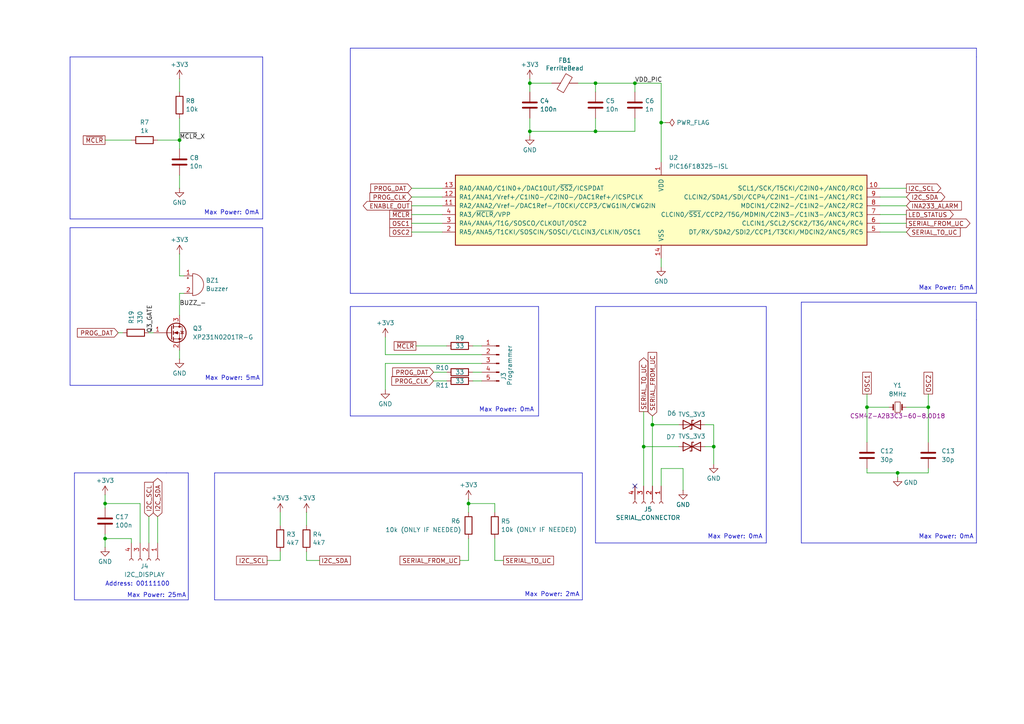
<source format=kicad_sch>
(kicad_sch (version 20231120) (generator "eeschema") (generator_version "8.0")
  (paper "A4")
  (title_block (title "Microcontroller and external conections") (date "2024-04-06") (rev "1") (comment 1 "Politecnico di Milano - European Space Agency") (comment 2 "Author: Federico Reghenzani"))
  (lib_symbols
    (symbol "Connector:Conn_01x04_Socket" (pin_names (offset 1.016) hide)
      (property "Reference" "J" (at 0 5.08 0))
      (property "Value" "Conn_01x04_Socket" (at 0 -7.62 0))
      (symbol "Conn_01x04_Socket_1_1"
        (arc (start 0 -4.572) (mid -0.5058 -5.08) (end 0 -5.588) (stroke (width 0.1524)))
        (arc (start 0 -2.032) (mid -0.5058 -2.54) (end 0 -3.048) (stroke (width 0.1524)))
        (polyline (pts (xy -1.27 -5.08) (xy -0.508 -5.08)) (stroke (width 0.1524)))
        (polyline (pts (xy -1.27 -2.54) (xy -0.508 -2.54)) (stroke (width 0.1524)))
        (polyline (pts (xy -1.27 0) (xy -0.508 0)) (stroke (width 0.1524)))
        (polyline (pts (xy -1.27 2.54) (xy -0.508 2.54)) (stroke (width 0.1524)))
        (arc (start 0 0.508) (mid -0.5058 0) (end 0 -0.508) (stroke (width 0.1524)))
        (arc (start 0 3.048) (mid -0.5058 2.54) (end 0 2.032) (stroke (width 0.1524)))
        (pin passive line (at -5.08 2.54 0) (length 3.81) (name "Pin_1") (number "1"))
        (pin passive line (at -5.08 0 0) (length 3.81) (name "Pin_2") (number "2"))
        (pin passive line (at -5.08 -2.54 0) (length 3.81) (name "Pin_3") (number "3"))
        (pin passive line (at -5.08 -5.08 0) (length 3.81) (name "Pin_4") (number "4"))
      )
    )
    (symbol "Connector:Conn_01x05_Pin" (pin_names (offset 1.016) hide)
      (property "Reference" "J" (at 0 7.62 0))
      (property "Value" "Conn_01x05_Pin" (at 0 -7.62 0))
      (symbol "Conn_01x05_Pin_1_1"
        (polyline (pts (xy 1.27 -5.08) (xy 0.8636 -5.08)) (stroke (width 0.1524)))
        (polyline (pts (xy 1.27 -2.54) (xy 0.8636 -2.54)) (stroke (width 0.1524)))
        (polyline (pts (xy 1.27 0) (xy 0.8636 0)) (stroke (width 0.1524)))
        (polyline (pts (xy 1.27 2.54) (xy 0.8636 2.54)) (stroke (width 0.1524)))
        (polyline (pts (xy 1.27 5.08) (xy 0.8636 5.08)) (stroke (width 0.1524)))
        (rectangle (start 0.8636 -4.953) (end 0 -5.207) (stroke (width 0.1524)) (fill (type outline)))
        (rectangle (start 0.8636 -2.413) (end 0 -2.667) (stroke (width 0.1524)) (fill (type outline)))
        (rectangle (start 0.8636 0.127) (end 0 -0.127) (stroke (width 0.1524)) (fill (type outline)))
        (rectangle (start 0.8636 2.667) (end 0 2.413) (stroke (width 0.1524)) (fill (type outline)))
        (rectangle (start 0.8636 5.207) (end 0 4.953) (stroke (width 0.1524)) (fill (type outline)))
        (pin passive line (at 5.08 5.08 180) (length 3.81) (name "Pin_1") (number "1"))
        (pin passive line (at 5.08 2.54 180) (length 3.81) (name "Pin_2") (number "2"))
        (pin passive line (at 5.08 0 180) (length 3.81) (name "Pin_3") (number "3"))
        (pin passive line (at 5.08 -2.54 180) (length 3.81) (name "Pin_4") (number "4"))
        (pin passive line (at 5.08 -5.08 180) (length 3.81) (name "Pin_5") (number "5"))
      )
    )
    (symbol "Device:Buzzer" (pin_names (offset 0.0254) hide)
      (property "Reference" "BZ" (at 3.81 1.27 0))
      (property "Value" "Buzzer" (at 3.81 -1.27 0))
      (symbol "Buzzer_0_1"
        (arc (start 0 -3.175) (mid 3.1612 0) (end 0 3.175))
        (polyline (pts (xy -1.651 1.905) (xy -1.143 1.905)))
        (polyline (pts (xy -1.397 2.159) (xy -1.397 1.651)))
        (polyline (pts (xy 0 3.175) (xy 0 -3.175)))
      )
      (symbol "Buzzer_1_1"
        (pin passive line (at -2.54 2.54 0) (length 2.54) (name "+") (number "1"))
        (pin passive line (at -2.54 -2.54 0) (length 2.54) (name "-") (number "2"))
      )
    )
    (symbol "Device:C" (pin_numbers hide) (pin_names (offset 0.254))
      (property "Reference" "C" (at 0.635 2.54 0))
      (property "Value" "C" (at 0.635 -2.54 0))
      (symbol "C_0_1"
        (polyline (pts (xy -2.032 -0.762) (xy 2.032 -0.762)) (stroke (width 0.508)))
        (polyline (pts (xy -2.032 0.762) (xy 2.032 0.762)) (stroke (width 0.508)))
      )
      (symbol "C_1_1"
        (pin passive line (at 0 3.81 270) (length 2.794) (name "~") (number "1"))
        (pin passive line (at 0 -3.81 90) (length 2.794) (name "~") (number "2"))
      )
    )
    (symbol "Device:Crystal_Small" (pin_numbers hide) (pin_names (offset 1.016) hide)
      (property "Reference" "Y" (at 0 2.54 0))
      (property "Value" "Crystal_Small" (at 0 -2.54 0))
      (symbol "Crystal_Small_0_1"
        (rectangle (start -0.762 -1.524) (end 0.762 1.524))
        (polyline (pts (xy -1.27 -0.762) (xy -1.27 0.762)) (stroke (width 0.381)))
        (polyline (pts (xy 1.27 -0.762) (xy 1.27 0.762)) (stroke (width 0.381)))
      )
      (symbol "Crystal_Small_1_1"
        (pin passive line (at -2.54 0 0) (length 1.27) (name "1") (number "1"))
        (pin passive line (at 2.54 0 180) (length 1.27) (name "2") (number "2"))
      )
    )
    (symbol "Device:D_TVS" (pin_numbers hide) (pin_names (offset 1.016) hide)
      (property "Reference" "D" (at 0 2.54 0))
      (property "Value" "D_TVS" (at 0 -2.54 0))
      (symbol "D_TVS_0_1"
        (polyline (pts (xy 1.27 0) (xy -1.27 0)))
        (polyline (pts (xy 0.508 1.27) (xy 0 1.27) (xy 0 -1.27) (xy -0.508 -1.27)) (stroke (width 0.254)))
        (polyline (pts (xy -2.54 1.27) (xy -2.54 -1.27) (xy 2.54 1.27) (xy 2.54 -1.27) (xy -2.54 1.27)) (stroke (width 0.254)))
      )
      (symbol "D_TVS_1_1"
        (pin passive line (at -3.81 0 0) (length 2.54) (name "A1") (number "1"))
        (pin passive line (at 3.81 0 180) (length 2.54) (name "A2") (number "2"))
      )
    )
    (symbol "Device:FerriteBead" (pin_numbers hide) (pin_names (offset 0))
      (property "Reference" "FB" (at -3.81 0.635 90))
      (property "Value" "FerriteBead" (at 3.81 0 90))
      (symbol "FerriteBead_0_1"
        (polyline (pts (xy 0 -1.27) (xy 0 -1.2192)))
        (polyline (pts (xy 0 1.27) (xy 0 1.2954)))
        (polyline (pts (xy -2.7686 0.4064) (xy -1.7018 2.2606) (xy 2.7686 -0.3048) (xy 1.6764 -2.159) (xy -2.7686 0.4064)))
      )
      (symbol "FerriteBead_1_1"
        (pin passive line (at 0 3.81 270) (length 2.54) (name "~") (number "1"))
        (pin passive line (at 0 -3.81 90) (length 2.54) (name "~") (number "2"))
      )
    )
    (symbol "Device:Q_NMOS_GSD" (pin_names (offset 0) hide)
      (property "Reference" "Q" (at 5.08 1.27 0))
      (property "Value" "Q_NMOS_GSD" (at 5.08 -1.27 0))
      (symbol "Q_NMOS_GSD_0_1"
        (polyline (pts (xy 0.254 0) (xy -2.54 0)))
        (polyline (pts (xy 0.254 1.905) (xy 0.254 -1.905)) (stroke (width 0.254)))
        (polyline (pts (xy 0.762 -1.27) (xy 0.762 -2.286)) (stroke (width 0.254)))
        (polyline (pts (xy 0.762 0.508) (xy 0.762 -0.508)) (stroke (width 0.254)))
        (polyline (pts (xy 0.762 2.286) (xy 0.762 1.27)) (stroke (width 0.254)))
        (polyline (pts (xy 2.54 2.54) (xy 2.54 1.778)))
        (polyline (pts (xy 2.54 -2.54) (xy 2.54 0) (xy 0.762 0)))
        (polyline (pts (xy 0.762 -1.778) (xy 3.302 -1.778) (xy 3.302 1.778) (xy 0.762 1.778)))
        (polyline (pts (xy 1.016 0) (xy 2.032 0.381) (xy 2.032 -0.381) (xy 1.016 0)) (fill (type outline)))
        (polyline (pts (xy 2.794 0.508) (xy 2.921 0.381) (xy 3.683 0.381) (xy 3.81 0.254)))
        (polyline (pts (xy 3.302 0.381) (xy 2.921 -0.254) (xy 3.683 -0.254) (xy 3.302 0.381)))
        (circle (center 1.651 0) (radius 2.794) (stroke (width 0.254)))
        (circle (center 2.54 -1.778) (radius 0.254) (fill (type outline)))
        (circle (center 2.54 1.778) (radius 0.254) (fill (type outline)))
      )
      (symbol "Q_NMOS_GSD_1_1"
        (pin input line (at -5.08 0 0) (length 2.54) (name "G") (number "1"))
        (pin passive line (at 2.54 -5.08 90) (length 2.54) (name "S") (number "2"))
        (pin passive line (at 2.54 5.08 270) (length 2.54) (name "D") (number "3"))
      )
    )
    (symbol "Device:R" (pin_numbers hide) (pin_names (offset 0))
      (property "Reference" "R" (at 2.032 0 90))
      (property "Value" "R" (at 0 0 90))
      (symbol "R_0_1"
        (rectangle (start -1.016 -2.54) (end 1.016 2.54) (stroke (width 0.254)))
      )
      (symbol "R_1_1"
        (pin passive line (at 0 3.81 270) (length 1.27) (name "~") (number "1"))
        (pin passive line (at 0 -3.81 90) (length 1.27) (name "~") (number "2"))
      )
    )
    (symbol "MCU_Microchip_PIC16:PIC16F18325-ISL" (pin_names (offset 1.016))
      (property "Reference" "U" (at -58.42 15.24 0))
      (property "Value" "PIC16F18325-ISL" (at -58.42 12.7 0))
      (symbol "PIC16F18325-ISL_1_1"
        (rectangle (start -59.69 11.43) (end 59.69 -8.89) (stroke (width 0.254)) (fill (type background)))
        (pin power_in line (at 0 15.24 270) (length 3.81) (name "VDD") (number "1"))
        (pin bidirectional line (at 63.5 7.62 180) (length 3.81) (name "SCL1/SCK/T5CKI/C2IN0+/ANC0/RC0") (number "10"))
        (pin bidirectional line (at -63.5 2.54 0) (length 3.81) (name "RA2/ANA2/Vref-/DAC1Ref-/T0CKI/CCP3/CWG1IN/CWG2IN") (number "11"))
        (pin bidirectional line (at -63.5 5.08 0) (length 3.81) (name "RA1/ANA1/Vref+/C1IN0-/C2IN0-/DAC1Ref+/ICSPCLK") (number "12"))
        (pin bidirectional line (at -63.5 7.62 0) (length 3.81) (name "RA0/ANA0/C1IN0+/DAC1OUT/~{SS2}/ICSPDAT") (number "13"))
        (pin power_in line (at 0 -12.7 90) (length 3.81) (name "VSS") (number "14"))
        (pin bidirectional line (at -63.5 -5.08 0) (length 3.81) (name "RA5/ANA5/T1CKI/SOSCIN/SOSCI/CLCIN3/CLKIN/OSC1") (number "2"))
        (pin bidirectional line (at -63.5 -2.54 0) (length 3.81) (name "RA4/ANA4/T1G/SOSCO/CLKOUT/OSC2") (number "3"))
        (pin bidirectional line (at -63.5 0 0) (length 3.81) (name "RA3/~{MCLR}/VPP") (number "4"))
        (pin bidirectional line (at 63.5 -5.08 180) (length 3.81) (name "DT/RX/SDA2/SDI2/CCP1/T3CKI/MDCIN2/ANC5/RC5") (number "5"))
        (pin bidirectional line (at 63.5 -2.54 180) (length 3.81) (name "CLCIN1/SCL2/SCK2/T3G/ANC4/RC4") (number "6"))
        (pin bidirectional line (at 63.5 0 180) (length 3.81) (name "CLCIN0/~{SS1}/CCP2/T5G/MDMIN/C2IN3-/C1IN3-/ANC3/RC3") (number "7"))
        (pin bidirectional line (at 63.5 2.54 180) (length 3.81) (name "MDCIN1/C2IN2-/C1IN2-/ANC2/RC2") (number "8"))
        (pin bidirectional line (at 63.5 5.08 180) (length 3.81) (name "CLCIN2/SDA1/SDI/CCP4/C2IN1-/C1IN1-/ANC1/RC1") (number "9"))
      )
    )
    (symbol "power:+3V3" (power) (pin_numbers hide) (pin_names (offset 0) hide)
      (property "Value" "+3V3" (at 0 3.556 0))
      (symbol "+3V3_0_1"
        (polyline (pts (xy -0.762 1.27) (xy 0 2.54)))
        (polyline (pts (xy 0 0) (xy 0 2.54)))
        (polyline (pts (xy 0 2.54) (xy 0.762 1.27)))
      )
      (symbol "+3V3_1_1"
        (pin power_in line (at 0 0 90) (length 0) (name "~") (number "1"))
      )
    )
    (symbol "power:GND" (power) (pin_numbers hide) (pin_names (offset 0) hide)
      (property "Value" "GND" (at 0 -3.81 0))
      (symbol "GND_0_1"
        (polyline (pts (xy 0 0) (xy 0 -1.27) (xy 1.27 -1.27) (xy 0 -2.54) (xy -1.27 -1.27) (xy 0 -1.27)))
      )
      (symbol "GND_1_1"
        (pin power_in line (at 0 0 270) (length 0) (name "~") (number "1"))
      )
    )
    (symbol "power:PWR_FLAG" (power) (pin_numbers hide) (pin_names (offset 0) hide)
      (property "Value" "PWR_FLAG" (at 0 3.81 0))
      (symbol "PWR_FLAG_0_0"
        (pin power_out line (at 0 0 90) (length 0) (name "~") (number "1"))
      )
      (symbol "PWR_FLAG_0_1"
        (polyline (pts (xy 0 0) (xy 0 1.27) (xy -1.016 1.905) (xy 0 2.54) (xy 1.016 1.905) (xy 0 1.27)))
      )
    )
  )
  (junction (at 186.69 129.54))
  (junction (at 189.23 123.19))
  (junction (at 269.24 118.11))
  (junction (at 153.67 24.13))
  (junction (at 153.67 38.1))
  (junction (at 30.48 156.21))
  (junction (at 184.15 24.13))
  (junction (at 172.72 38.1))
  (junction (at 207.01 129.54))
  (junction (at 260.35 137.16))
  (junction (at 191.77 35.56))
  (junction (at 30.48 146.05))
  (junction (at 251.46 118.11))
  (junction (at 172.72 24.13))
  (junction (at 52.07 40.64))
  (junction (at 135.89 146.05))
  (no_connect (at 184.15 140.97))
  (polyline (pts (xy 21.59 173.99) (xy 54.61 173.99)))
  (wire (pts (xy 53.34 80.01) (xy 52.07 80.01)))
  (wire (pts (xy 52.07 22.86) (xy 52.07 26.67)))
  (wire (pts (xy 119.38 64.77) (xy 128.27 64.77)))
  (wire (pts (xy 255.27 57.15) (xy 262.89 57.15)))
  (wire (pts (xy 153.67 34.29) (xy 153.67 38.1)))
  (wire (pts (xy 262.89 118.11) (xy 269.24 118.11)))
  (wire (pts (xy 198.12 142.24) (xy 198.12 135.89)))
  (wire (pts (xy 111.76 105.41) (xy 139.7 105.41)))
  (polyline (pts (xy 20.32 66.04) (xy 20.32 111.76)))
  (wire (pts (xy 135.89 146.05) (xy 135.89 148.59)))
  (polyline (pts (xy 101.6 120.65) (xy 156.21 120.65)))
  (wire (pts (xy 34.29 96.52) (xy 35.56 96.52)))
  (wire (pts (xy 45.72 40.64) (xy 52.07 40.64)))
  (wire (pts (xy 153.67 22.86) (xy 153.67 24.13)))
  (wire (pts (xy 260.35 137.16) (xy 269.24 137.16)))
  (wire (pts (xy 189.23 123.19) (xy 196.85 123.19)))
  (polyline (pts (xy 101.6 88.9) (xy 156.21 88.9)))
  (wire (pts (xy 255.27 59.69) (xy 262.89 59.69)))
  (wire (pts (xy 111.76 113.03) (xy 111.76 105.41)))
  (wire (pts (xy 125.73 107.95) (xy 129.54 107.95)))
  (polyline (pts (xy 283.21 157.48) (xy 232.41 157.48)))
  (polyline (pts (xy 283.21 87.63) (xy 283.21 92.71)))
  (wire (pts (xy 255.27 62.23) (xy 262.89 62.23)))
  (polyline (pts (xy 48.26 137.16) (xy 21.59 137.16)))
  (wire (pts (xy 133.35 162.56) (xy 135.89 162.56)))
  (wire (pts (xy 45.72 149.86) (xy 45.72 157.48)))
  (polyline (pts (xy 232.41 157.48) (xy 232.41 87.63)))
  (wire (pts (xy 153.67 24.13) (xy 160.02 24.13)))
  (polyline (pts (xy 222.25 157.48) (xy 172.72 157.48)))
  (wire (pts (xy 111.76 102.87) (xy 139.7 102.87)))
  (wire (pts (xy 172.72 38.1) (xy 153.67 38.1)))
  (polyline (pts (xy 283.21 16.51) (xy 283.21 85.09)))
  (wire (pts (xy 255.27 64.77) (xy 262.89 64.77)))
  (wire (pts (xy 260.35 137.16) (xy 260.35 138.43)))
  (wire (pts (xy 255.27 54.61) (xy 262.89 54.61)))
  (wire (pts (xy 119.38 62.23) (xy 128.27 62.23)))
  (wire (pts (xy 52.07 85.09) (xy 53.34 85.09)))
  (wire (pts (xy 167.64 24.13) (xy 172.72 24.13)))
  (wire (pts (xy 137.16 110.49) (xy 139.7 110.49)))
  (wire (pts (xy 30.48 143.51) (xy 30.48 146.05)))
  (polyline (pts (xy 20.32 16.51) (xy 76.2 16.51)))
  (polyline (pts (xy 283.21 85.09) (xy 101.6 85.09)))
  (wire (pts (xy 143.51 146.05) (xy 135.89 146.05)))
  (wire (pts (xy 52.07 101.6) (xy 52.07 104.14)))
  (wire (pts (xy 186.69 129.54) (xy 186.69 140.97)))
  (wire (pts (xy 137.16 107.95) (xy 139.7 107.95)))
  (polyline (pts (xy 20.32 111.76) (xy 76.2 111.76)))
  (wire (pts (xy 119.38 57.15) (xy 128.27 57.15)))
  (wire (pts (xy 269.24 118.11) (xy 269.24 128.27)))
  (wire (pts (xy 251.46 118.11) (xy 251.46 128.27)))
  (wire (pts (xy 184.15 26.67) (xy 184.15 24.13)))
  (wire (pts (xy 191.77 24.13) (xy 191.77 35.56)))
  (polyline (pts (xy 168.91 173.99) (xy 168.91 137.16)))
  (wire (pts (xy 251.46 118.11) (xy 257.81 118.11)))
  (wire (pts (xy 207.01 123.19) (xy 207.01 129.54)))
  (polyline (pts (xy 101.6 13.97) (xy 283.21 13.97)))
  (wire (pts (xy 251.46 137.16) (xy 260.35 137.16)))
  (wire (pts (xy 38.1 156.21) (xy 30.48 156.21)))
  (wire (pts (xy 143.51 148.59) (xy 143.51 146.05)))
  (wire (pts (xy 186.69 129.54) (xy 196.85 129.54)))
  (wire (pts (xy 30.48 40.64) (xy 38.1 40.64)))
  (polyline (pts (xy 232.41 87.63) (xy 283.21 87.63)))
  (polyline (pts (xy 76.2 63.5) (xy 76.2 16.51)))
  (polyline (pts (xy 48.26 137.16) (xy 54.61 137.16)))
  (polyline (pts (xy 76.2 111.76) (xy 76.2 66.04)))
  (wire (pts (xy 135.89 162.56) (xy 135.89 156.21)))
  (polyline (pts (xy 283.21 92.71) (xy 283.21 157.48)))
  (polyline (pts (xy 62.23 173.99) (xy 168.91 173.99)))
  (wire (pts (xy 135.89 144.78) (xy 135.89 146.05)))
  (wire (pts (xy 204.47 123.19) (xy 207.01 123.19)))
  (wire (pts (xy 186.69 119.38) (xy 186.69 129.54)))
  (wire (pts (xy 52.07 40.64) (xy 52.07 43.18)))
  (wire (pts (xy 172.72 24.13) (xy 172.72 26.67)))
  (wire (pts (xy 172.72 34.29) (xy 172.72 38.1)))
  (wire (pts (xy 119.38 67.31) (xy 128.27 67.31)))
  (wire (pts (xy 125.73 110.49) (xy 129.54 110.49)))
  (wire (pts (xy 143.51 156.21) (xy 143.51 162.56)))
  (wire (pts (xy 153.67 24.13) (xy 153.67 26.67)))
  (wire (pts (xy 111.76 97.79) (xy 111.76 102.87)))
  (wire (pts (xy 153.67 38.1) (xy 153.67 39.37)))
  (polyline (pts (xy 172.72 88.9) (xy 222.25 88.9)))
  (wire (pts (xy 52.07 73.66) (xy 52.07 80.01)))
  (wire (pts (xy 119.38 59.69) (xy 128.27 59.69)))
  (wire (pts (xy 191.77 135.89) (xy 191.77 140.97)))
  (polyline (pts (xy 20.32 16.51) (xy 20.32 63.5)))
  (wire (pts (xy 137.16 100.33) (xy 139.7 100.33)))
  (wire (pts (xy 191.77 24.13) (xy 184.15 24.13)))
  (wire (pts (xy 269.24 137.16) (xy 269.24 135.89)))
  (polyline (pts (xy 20.32 63.5) (xy 76.2 63.5)))
  (polyline (pts (xy 222.25 88.9) (xy 222.25 157.48)))
  (polyline (pts (xy 62.23 137.16) (xy 62.23 173.99)))
  (wire (pts (xy 30.48 146.05) (xy 30.48 147.32)))
  (wire (pts (xy 184.15 38.1) (xy 172.72 38.1)))
  (wire (pts (xy 191.77 35.56) (xy 193.04 35.56)))
  (wire (pts (xy 43.18 96.52) (xy 44.45 96.52)))
  (wire (pts (xy 189.23 120.65) (xy 189.23 123.19)))
  (wire (pts (xy 251.46 135.89) (xy 251.46 137.16)))
  (wire (pts (xy 269.24 114.3) (xy 269.24 118.11)))
  (wire (pts (xy 184.15 24.13) (xy 172.72 24.13)))
  (polyline (pts (xy 156.21 120.65) (xy 156.21 88.9)))
  (polyline (pts (xy 21.59 137.16) (xy 21.59 173.99)))
  (wire (pts (xy 251.46 114.3) (xy 251.46 118.11)))
  (wire (pts (xy 30.48 156.21) (xy 30.48 158.75)))
  (wire (pts (xy 38.1 157.48) (xy 38.1 156.21)))
  (wire (pts (xy 40.64 146.05) (xy 40.64 157.48)))
  (wire (pts (xy 119.38 54.61) (xy 128.27 54.61)))
  (wire (pts (xy 191.77 74.93) (xy 191.77 77.47)))
  (wire (pts (xy 52.07 91.44) (xy 52.07 85.09)))
  (polyline (pts (xy 172.72 157.48) (xy 172.72 88.9)))
  (polyline (pts (xy 283.21 13.97) (xy 283.21 16.51)))
  (wire (pts (xy 88.9 148.59) (xy 88.9 152.4)))
  (wire (pts (xy 88.9 162.56) (xy 92.71 162.56)))
  (wire (pts (xy 77.47 162.56) (xy 81.28 162.56)))
  (wire (pts (xy 81.28 148.59) (xy 81.28 152.4)))
  (wire (pts (xy 52.07 40.64) (xy 52.07 34.29)))
  (polyline (pts (xy 20.32 66.04) (xy 76.2 66.04)))
  (polyline (pts (xy 62.23 137.16) (xy 168.91 137.16)))
  (wire (pts (xy 198.12 135.89) (xy 191.77 135.89)))
  (wire (pts (xy 30.48 154.94) (xy 30.48 156.21)))
  (wire (pts (xy 189.23 123.19) (xy 189.23 140.97)))
  (wire (pts (xy 184.15 34.29) (xy 184.15 38.1)))
  (wire (pts (xy 255.27 67.31) (xy 262.89 67.31)))
  (polyline (pts (xy 54.61 173.99) (xy 54.61 137.16)))
  (wire (pts (xy 81.28 160.02) (xy 81.28 162.56)))
  (wire (pts (xy 207.01 134.62) (xy 207.01 129.54)))
  (polyline (pts (xy 101.6 88.9) (xy 101.6 120.65)))
  (wire (pts (xy 120.65 100.33) (xy 129.54 100.33)))
  (wire (pts (xy 143.51 162.56) (xy 146.05 162.56)))
  (wire (pts (xy 52.07 50.8) (xy 52.07 54.61)))
  (wire (pts (xy 43.18 149.86) (xy 43.18 157.48)))
  (wire (pts (xy 30.48 146.05) (xy 40.64 146.05)))
  (wire (pts (xy 207.01 129.54) (xy 204.47 129.54)))
  (wire (pts (xy 88.9 160.02) (xy 88.9 162.56)))
  (polyline (pts (xy 101.6 85.09) (xy 101.6 13.97)))
  (wire (pts (xy 191.77 35.56) (xy 191.77 46.99)))
  (text "Max Power: 2mA" (at 152.146 173.228 0) (effects (font (size 1.27 1.27)) (justify left bottom)))
  (text "Max Power: 0mA" (at 59.182 62.484 0) (effects (font (size 1.27 1.27)) (justify left bottom)))
  (text "Max Power: 0mA" (at 205.232 156.464 0) (effects (font (size 1.27 1.27)) (justify left bottom)))
  (text "Max Power: 0mA" (at 266.446 156.464 0) (effects (font (size 1.27 1.27)) (justify left bottom)))
  (text "Address: 00111100" (at 30.48 170.18 0) (effects (font (size 1.27 1.27)) (justify left bottom)))
  (text "Max Power: 0mA" (at 138.938 119.634 0) (effects (font (size 1.27 1.27)) (justify left bottom)))
  (text "Max Power: 5mA" (at 59.436 110.49 0) (effects (font (size 1.27 1.27)) (justify left bottom)))
  (text "Max Power: 5mA" (at 266.446 84.328 0) (effects (font (size 1.27 1.27)) (justify left bottom)))
  (text "Max Power: 25mA" (at 36.83 173.482 0) (effects (font (size 1.27 1.27)) (justify left bottom)))
  (label "BUZZ_-" (at 52.07 88.9 0))
  (label "Q3_GATE" (at 44.45 96.52 90))
  (label "VDD_PIC" (at 184.15 24.13 0))
  (label "~{MCLR}_X" (at 52.07 40.64 0))
  (global_label "I2C_SDA" (shape passive) (at 92.71 162.56 0) (property "Intersheetrefs" "${INTERSHEET_REFS}" (effects (hide yes))))
  (global_label "PROG_DAT" (shape input) (at 119.38 54.61 180) (property "Intersheetrefs" "${INTERSHEET_REFS}" (effects (hide yes))))
  (global_label "PROG_CLK" (shape input) (at 125.73 110.49 180) (property "Intersheetrefs" "${INTERSHEET_REFS}" (effects (hide yes))))
  (global_label "SERIAL_TO_UC" (shape input) (at 262.89 67.31 0) (property "Intersheetrefs" "${INTERSHEET_REFS}" (effects (hide yes))))
  (global_label "I2C_SCL" (shape passive) (at 77.47 162.56 180) (property "Intersheetrefs" "${INTERSHEET_REFS}" (effects (hide yes))))
  (global_label "I2C_SCL" (shape output) (at 262.89 54.61 0) (property "Intersheetrefs" "${INTERSHEET_REFS}" (effects (hide yes))))
  (global_label "~{MCLR}" (shape passive) (at 120.65 100.33 180) (property "Intersheetrefs" "${INTERSHEET_REFS}" (effects (hide yes))))
  (global_label "I2C_SDA" (shape bidirectional) (at 45.72 149.86 90) (property "Intersheetrefs" "${INTERSHEET_REFS}" (effects (hide yes))))
  (global_label "OSC2" (shape passive) (at 269.24 114.3 90) (property "Intersheetrefs" "${INTERSHEET_REFS}" (effects (hide yes))))
  (global_label "OSC1" (shape passive) (at 119.38 64.77 180) (property "Intersheetrefs" "${INTERSHEET_REFS}" (effects (hide yes))))
  (global_label "SERIAL_FROM_UC" (shape output) (at 262.89 64.77 0) (property "Intersheetrefs" "${INTERSHEET_REFS}" (effects (hide yes))))
  (global_label "~{MCLR}" (shape passive) (at 119.38 62.23 180) (property "Intersheetrefs" "${INTERSHEET_REFS}" (effects (hide yes))))
  (global_label "SERIAL_TO_UC" (shape passive) (at 146.05 162.56 0) (property "Intersheetrefs" "${INTERSHEET_REFS}" (effects (hide yes))))
  (global_label "SERIAL_TO_UC" (shape output) (at 186.69 119.38 90) (property "Intersheetrefs" "${INTERSHEET_REFS}" (effects (hide yes))))
  (global_label "~{MCLR}" (shape passive) (at 30.48 40.64 180) (property "Intersheetrefs" "${INTERSHEET_REFS}" (effects (hide yes))))
  (global_label "SERIAL_FROM_UC" (shape passive) (at 133.35 162.56 180) (property "Intersheetrefs" "${INTERSHEET_REFS}" (effects (hide yes))))
  (global_label "I2C_SCL" (shape input) (at 43.18 149.86 90) (property "Intersheetrefs" "${INTERSHEET_REFS}" (effects (hide yes))))
  (global_label "I2C_SDA" (shape bidirectional) (at 262.89 57.15 0) (property "Intersheetrefs" "${INTERSHEET_REFS}" (effects (hide yes))))
  (global_label "SERIAL_FROM_UC" (shape input) (at 189.23 120.65 90) (property "Intersheetrefs" "${INTERSHEET_REFS}" (effects (hide yes))))
  (global_label "PROG_DAT" (shape input) (at 125.73 107.95 180) (property "Intersheetrefs" "${INTERSHEET_REFS}" (effects (hide yes))))
  (global_label "ENABLE_OUT" (shape output) (at 119.38 59.69 180) (property "Intersheetrefs" "${INTERSHEET_REFS}" (effects (hide yes))))
  (global_label "LED_STATUS" (shape output) (at 262.89 62.23 0) (property "Intersheetrefs" "${INTERSHEET_REFS}" (effects (hide yes))))
  (global_label "PROG_CLK" (shape input) (at 119.38 57.15 180) (property "Intersheetrefs" "${INTERSHEET_REFS}" (effects (hide yes))))
  (global_label "PROG_DAT" (shape input) (at 34.29 96.52 180) (property "Intersheetrefs" "${INTERSHEET_REFS}" (effects (hide yes))))
  (global_label "OSC1" (shape passive) (at 251.46 114.3 90) (property "Intersheetrefs" "${INTERSHEET_REFS}" (effects (hide yes))))
  (global_label "INA233_ALARM" (shape input) (at 262.89 59.69 0) (property "Intersheetrefs" "${INTERSHEET_REFS}" (effects (hide yes))))
  (global_label "OSC2" (shape passive) (at 119.38 67.31 180) (property "Intersheetrefs" "${INTERSHEET_REFS}" (effects (hide yes))))
  (symbol (lib_id "Device:D_TVS") (at 200.66 123.19 180) (unit 1)
    (property "Reference" "D6" (at 194.818 119.888 0))
    (property "Value" "TVS_3V3" (at 200.66 120.1998 0))
    (property "Footprint" "Diode_SMD:D_0603_1608Metric_Pad1.05x0.95mm_HandSolder" (effects (hide yes)))
    (property "ProductID" "CG0603MLU-3.3E" (effects (hide yes)))
  )
  (symbol (lib_id "power:GND") (at 52.07 54.61 0) (unit 1)
    (property "Reference" "#PWR038" (effects (hide yes)))
    (property "Value" "GND" (at 52.07 58.7431 0))
    (property "Description" "Power symbol creates a global label with name \"GND\" , ground" (effects (hide yes)))
  )
  (symbol (lib_id "Device:C") (at 269.24 132.08 0) (unit 1)
    (property "Reference" "C13" (at 273.05 130.81 0) (effects (justify left)))
    (property "Value" "30p" (at 273.05 133.35 0) (effects (justify left)))
    (property "Footprint" "Capacitor_SMD:C_0805_2012Metric_Pad1.18x1.45mm_HandSolder" (effects (hide yes)))
    (property "ProductID" "GRM21A5C2J270FWA1D" (effects (hide yes)))
  )
  (symbol (lib_id "power:GND") (at 260.35 138.43 0) (unit 1)
    (property "Reference" "#PWR044" (effects (hide yes)))
    (property "Value" "GND" (at 264.16 139.954 0))
    (property "Description" "Power symbol creates a global label with name \"GND\" , ground" (effects (hide yes)))
  )
  (symbol (lib_id "Connector:Conn_01x04_Socket") (at 189.23 146.05 270) (unit 1)
    (property "Reference" "J5" (at 187.96 147.7193 90))
    (property "Value" "SERIAL_CONNECTOR" (at 187.96 150.1435 90))
    (property "Footprint" "Connector_PinSocket_2.54mm:PinSocket_1x04_P2.54mm_Horizontal" (effects (hide yes)))
  )
  (symbol (lib_id "Device:R") (at 133.35 100.33 90) (unit 1)
    (property "Reference" "R9" (at 133.35 98.044 90))
    (property "Value" "33" (at 133.35 100.33 90))
    (property "Footprint" "Resistor_SMD:R_0805_2012Metric_Pad1.20x1.40mm_HandSolder" (effects (hide yes)))
  )
  (symbol (lib_id "Device:C") (at 30.48 151.13 0) (unit 1)
    (property "Reference" "C17" (at 33.401 149.9179 0) (effects (justify left)))
    (property "Value" "100n" (at 33.401 152.3421 0) (effects (justify left)))
    (property "Footprint" "Capacitor_SMD:C_0805_2012Metric_Pad1.18x1.45mm_HandSolder" (effects (hide yes)))
  )
  (symbol (lib_id "Device:R") (at 133.35 107.95 90) (unit 1)
    (property "Reference" "R10" (at 128.27 106.68 90))
    (property "Value" "33" (at 133.35 107.95 90))
    (property "Footprint" "Resistor_SMD:R_0805_2012Metric_Pad1.20x1.40mm_HandSolder" (effects (hide yes)))
  )
  (symbol (lib_id "power:+3V3") (at 81.28 148.59 0) (unit 1)
    (property "Reference" "#PWR036" (effects (hide yes)))
    (property "Value" "+3V3" (at 81.28 144.4569 0))
    (property "Description" "Power symbol creates a global label with name \"+3V3\"" (effects (hide yes)))
  )
  (symbol (lib_id "Device:R") (at 81.28 156.21 0) (unit 1)
    (property "Reference" "R3" (at 83.058 154.9979 0) (effects (justify left)))
    (property "Value" "4k7" (at 83.058 157.4221 0) (effects (justify left)))
    (property "Footprint" "Resistor_SMD:R_0805_2012Metric_Pad1.20x1.40mm_HandSolder" (effects (hide yes)))
  )
  (symbol (lib_id "power:+3V3") (at 30.48 143.51 0) (unit 1)
    (property "Reference" "#PWR032" (effects (hide yes)))
    (property "Value" "+3V3" (at 30.48 139.3769 0))
    (property "Description" "Power symbol creates a global label with name \"+3V3\"" (effects (hide yes)))
  )
  (symbol (lib_id "power:GND") (at 191.77 77.47 0) (unit 1)
    (property "Reference" "#PWR020" (effects (hide yes)))
    (property "Value" "GND" (at 191.77 81.6031 0))
    (property "Description" "Power symbol creates a global label with name \"GND\" , ground" (effects (hide yes)))
  )
  (symbol (lib_id "Connector:Conn_01x04_Socket") (at 43.18 162.56 270) (unit 1)
    (property "Reference" "J4" (at 41.91 164.2293 90))
    (property "Value" "I2C_DISPLAY" (at 41.91 166.6535 90))
    (property "Footprint" "Connector_PinSocket_2.54mm:PinSocket_1x04_P2.54mm_Vertical" (effects (hide yes)))
  )
  (symbol (lib_id "MCU_Microchip_PIC16:PIC16F18325-ISL") (at 191.77 62.23 0) (unit 1)
    (property "Reference" "U2" (at 193.9641 45.72 0) (effects (justify left)))
    (property "Value" "PIC16F18325-ISL" (at 193.9641 48.26 0) (effects (justify left)))
    (property "Footprint" "Package_SO:SOIC-14_3.9x8.7mm_P1.27mm" (effects (hide yes)))
    (property "Datasheet" "http://ww1.microchip.com/downloads/en/devicedoc/40001795b.pdf" (effects (hide yes)))
  )
  (symbol (lib_id "Device:R") (at 52.07 30.48 180) (unit 1)
    (property "Reference" "R8" (at 53.848 29.2679 0) (effects (justify right)))
    (property "Value" "10k" (at 53.848 31.6921 0) (effects (justify right)))
    (property "Footprint" "Resistor_SMD:R_0805_2012Metric_Pad1.20x1.40mm_HandSolder" (effects (hide yes)))
  )
  (symbol (lib_id "power:GND") (at 153.67 39.37 0) (unit 1)
    (property "Reference" "#PWR022" (effects (hide yes)))
    (property "Value" "GND" (at 153.67 43.5031 0))
    (property "Description" "Power symbol creates a global label with name \"GND\" , ground" (effects (hide yes)))
  )
  (symbol (lib_id "Device:C") (at 153.67 30.48 0) (unit 1)
    (property "Reference" "C4" (at 156.591 29.2679 0) (effects (justify left)))
    (property "Value" "100n" (at 156.591 31.6921 0) (effects (justify left)))
    (property "Footprint" "Capacitor_SMD:C_0805_2012Metric_Pad1.18x1.45mm_HandSolder" (effects (hide yes)))
  )
  (symbol (lib_id "Device:FerriteBead") (at 163.83 24.13 90) (unit 1)
    (property "Reference" "FB1" (at 163.83 17.526 90))
    (property "Value" "FerriteBead" (at 163.7792 19.7683 90))
    (property "Footprint" "Inductor_SMD:L_0805_2012Metric_Pad1.15x1.40mm_HandSolder" (effects (hide yes)))
  )
  (symbol (lib_id "Device:R") (at 133.35 110.49 90) (unit 1)
    (property "Reference" "R11" (at 128.27 111.76 90))
    (property "Value" "33" (at 133.35 110.49 90))
    (property "Footprint" "Resistor_SMD:R_0805_2012Metric_Pad1.20x1.40mm_HandSolder" (effects (hide yes)))
  )
  (symbol (lib_id "Device:C") (at 184.15 30.48 0) (unit 1)
    (property "Reference" "C6" (at 187.071 29.2679 0) (effects (justify left)))
    (property "Value" "1n" (at 187.071 31.6921 0) (effects (justify left)))
    (property "Footprint" "Capacitor_SMD:C_0805_2012Metric_Pad1.18x1.45mm_HandSolder" (effects (hide yes)))
  )
  (symbol (lib_id "Device:R") (at 88.9 156.21 0) (unit 1)
    (property "Reference" "R4" (at 90.678 154.9979 0) (effects (justify left)))
    (property "Value" "4k7" (at 90.678 157.4221 0) (effects (justify left)))
    (property "Footprint" "Resistor_SMD:R_0805_2012Metric_Pad1.20x1.40mm_HandSolder" (effects (hide yes)))
  )
  (symbol (lib_id "power:PWR_FLAG") (at 193.04 35.56 270) (unit 1)
    (property "Reference" "#FLG03" (effects (hide yes)))
    (property "Value" "PWR_FLAG" (at 196.215 35.56 90) (effects (justify left)))
    (property "Description" "Special symbol for telling ERC where power comes from" (effects (hide yes)))
  )
  (symbol (lib_id "power:GND") (at 198.12 142.24 0) (unit 1)
    (property "Reference" "#PWR034" (effects (hide yes)))
    (property "Value" "GND" (at 198.12 146.3731 0))
    (property "Description" "Power symbol creates a global label with name \"GND\" , ground" (effects (hide yes)))
  )
  (symbol (lib_id "Device:R") (at 39.37 96.52 90) (unit 1)
    (property "Reference" "R19" (at 38.0999 93.98 0) (effects (justify left)))
    (property "Value" "330" (at 40.6399 93.98 0) (effects (justify left)))
    (property "Footprint" "Resistor_SMD:R_0805_2012Metric_Pad1.20x1.40mm_HandSolder" (effects (hide yes)))
  )
  (symbol (lib_id "power:+3V3") (at 135.89 144.78 0) (unit 1)
    (property "Reference" "#PWR035" (effects (hide yes)))
    (property "Value" "+3V3" (at 135.89 140.6469 0))
    (property "Description" "Power symbol creates a global label with name \"+3V3\"" (effects (hide yes)))
  )
  (symbol (lib_id "power:+3V3") (at 111.76 97.79 0) (unit 1)
    (property "Reference" "#PWR045" (effects (hide yes)))
    (property "Value" "+3V3" (at 111.76 93.6569 0))
    (property "Description" "Power symbol creates a global label with name \"+3V3\"" (effects (hide yes)))
  )
  (symbol (lib_id "power:GND") (at 111.76 113.03 0) (unit 1)
    (property "Reference" "#PWR046" (effects (hide yes)))
    (property "Value" "GND" (at 111.76 117.1631 0))
    (property "Description" "Power symbol creates a global label with name \"GND\" , ground" (effects (hide yes)))
  )
  (symbol (lib_id "Device:R") (at 135.89 152.4 0) (unit 1)
    (property "Reference" "R6" (at 130.81 151.13 0) (effects (justify left)))
    (property "Value" "10k (ONLY IF NEEDED)" (at 111.76 153.67 0) (effects (justify left)))
    (property "Footprint" "Resistor_SMD:R_0805_2012Metric_Pad1.20x1.40mm_HandSolder" (effects (hide yes)))
  )
  (symbol (lib_id "Device:C") (at 52.07 46.99 0) (unit 1)
    (property "Reference" "C8" (at 54.991 45.7779 0) (effects (justify left)))
    (property "Value" "10n" (at 54.991 48.2021 0) (effects (justify left)))
    (property "Footprint" "Capacitor_SMD:C_0805_2012Metric_Pad1.18x1.45mm_HandSolder" (effects (hide yes)))
  )
  (symbol (lib_id "Device:R") (at 143.51 152.4 0) (unit 1)
    (property "Reference" "R5" (at 145.288 151.1879 0) (effects (justify left)))
    (property "Value" "10k (ONLY IF NEEDED)" (at 145.288 153.6121 0) (effects (justify left)))
    (property "Footprint" "Resistor_SMD:R_0805_2012Metric_Pad1.20x1.40mm_HandSolder" (effects (hide yes)))
  )
  (symbol (lib_id "Device:Q_NMOS_GSD") (at 49.53 96.52 0) (unit 1)
    (property "Reference" "Q3" (at 55.88 95.25 0) (effects (justify left)))
    (property "Value" "XP231N0201TR-G" (at 55.88 97.79 0) (effects (justify left)))
    (property "Footprint" "Package_TO_SOT_SMD:SOT-23" (effects (hide yes)))
  )
  (symbol (lib_id "Device:C") (at 172.72 30.48 0) (unit 1)
    (property "Reference" "C5" (at 175.641 29.2679 0) (effects (justify left)))
    (property "Value" "10n" (at 175.641 31.6921 0) (effects (justify left)))
    (property "Footprint" "Capacitor_SMD:C_0805_2012Metric_Pad1.18x1.45mm_HandSolder" (effects (hide yes)))
  )
  (symbol (lib_id "Device:D_TVS") (at 200.66 129.54 180) (unit 1)
    (property "Reference" "D7" (at 194.564 126.746 0))
    (property "Value" "TVS_3V3" (at 200.66 126.5498 0))
    (property "Footprint" "Diode_SMD:D_0603_1608Metric_Pad1.05x0.95mm_HandSolder" (effects (hide yes)))
    (property "ProductID" "CG0603MLU-3.3E" (effects (hide yes)))
  )
  (symbol (lib_id "power:GND") (at 207.01 134.62 0) (unit 1)
    (property "Reference" "#PWR054" (effects (hide yes)))
    (property "Value" "GND" (at 207.01 138.7531 0))
    (property "Description" "Power symbol creates a global label with name \"GND\" , ground" (effects (hide yes)))
  )
  (symbol (lib_id "Device:C") (at 251.46 132.08 0) (unit 1)
    (property "Reference" "C12" (at 255.27 130.81 0) (effects (justify left)))
    (property "Value" "30p" (at 255.27 133.35 0) (effects (justify left)))
    (property "Footprint" "Capacitor_SMD:C_0805_2012Metric_Pad1.18x1.45mm_HandSolder" (effects (hide yes)))
    (property "ProductID" "GRM21A5C2J270FWA1D" (effects (hide yes)))
  )
  (symbol (lib_id "Device:Crystal_Small") (at 260.35 118.11 0) (unit 1)
    (property "Reference" "Y1" (at 260.35 111.76 0))
    (property "Value" "8MHz" (at 260.35 114.3 0))
    (property "Footprint" "Crystal:Crystal_SMD_HC49-SD" (effects (hide yes)))
    (property "ProductID" "CSM4Z-A2B3C3-60-8.0D18" (at 260.35 120.65 0))
  )
  (symbol (lib_id "power:+3V3") (at 153.67 22.86 0) (unit 1)
    (property "Reference" "#PWR021" (effects (hide yes)))
    (property "Value" "+3V3" (at 153.67 18.7269 0))
    (property "Description" "Power symbol creates a global label with name \"+3V3\"" (effects (hide yes)))
  )
  (symbol (lib_id "power:+3V3") (at 52.07 22.86 0) (unit 1)
    (property "Reference" "#PWR039" (effects (hide yes)))
    (property "Value" "+3V3" (at 52.07 18.7269 0))
    (property "Description" "Power symbol creates a global label with name \"+3V3\"" (effects (hide yes)))
  )
  (symbol (lib_id "Device:Buzzer") (at 55.88 82.55 0) (unit 1)
    (property "Reference" "BZ1" (at 59.6762 81.3378 0) (effects (justify left)))
    (property "Value" "Buzzer" (at 59.6762 83.7621 0) (effects (justify left)))
    (property "Footprint" "Buzzer_Beeper:Buzzer_CUI_CPT-9019S-SMT" (effects (hide yes)))
    (property "Description" "Buzzer, polarized" (effects (hide yes)))
  )
  (symbol (lib_id "power:GND") (at 30.48 158.75 0) (unit 1)
    (property "Reference" "#PWR031" (effects (hide yes)))
    (property "Value" "GND" (at 30.48 162.8831 0))
    (property "Description" "Power symbol creates a global label with name \"GND\" , ground" (effects (hide yes)))
  )
  (symbol (lib_id "power:+3V3") (at 52.07 73.66 0) (unit 1)
    (property "Reference" "#PWR051" (effects (hide yes)))
    (property "Value" "+3V3" (at 52.07 69.5269 0))
    (property "Description" "Power symbol creates a global label with name \"+3V3\"" (effects (hide yes)))
  )
  (symbol (lib_id "power:GND") (at 52.07 104.14 0) (unit 1)
    (property "Reference" "#PWR050" (effects (hide yes)))
    (property "Value" "GND" (at 52.07 108.2731 0))
    (property "Description" "Power symbol creates a global label with name \"GND\" , ground" (effects (hide yes)))
  )
  (symbol (lib_id "Device:R") (at 41.91 40.64 90) (unit 1)
    (property "Reference" "R7" (at 41.91 35.4797 90))
    (property "Value" "1k" (at 41.91 37.9039 90))
    (property "Footprint" "Resistor_SMD:R_0805_2012Metric_Pad1.20x1.40mm_HandSolder" (effects (hide yes)))
  )
  (symbol (lib_id "Connector:Conn_01x05_Pin") (at 144.78 105.41 0) (mirror y) (unit 1)
    (property "Reference" "J3" (at 146.05 107.95 90) (effects (justify right)))
    (property "Value" "Programmer" (at 147.828 100.076 90) (effects (justify right)))
    (property "Footprint" "Connector_PinHeader_2.54mm:PinHeader_1x05_P2.54mm_Vertical" (effects (hide yes)))
    (property "ProductID" "68001-410HLF" (effects (hide yes)))
  )
  (symbol (lib_id "power:+3V3") (at 88.9 148.59 0) (unit 1)
    (property "Reference" "#PWR037" (effects (hide yes)))
    (property "Value" "+3V3" (at 88.9 144.4569 0))
    (property "Description" "Power symbol creates a global label with name \"+3V3\"" (effects (hide yes)))
  )
)
</source>
